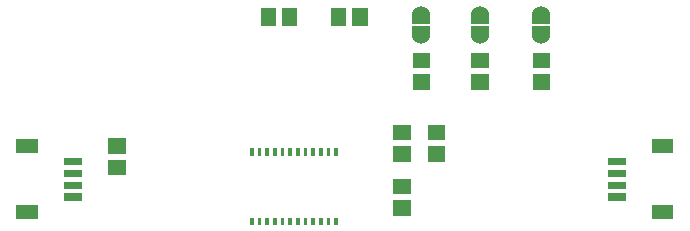
<source format=gbr>
G04 start of page 10 for group -4015 idx -4015 *
G04 Title: (unknown), toppaste *
G04 Creator: pcb 20140316 *
G04 CreationDate: Sun 30 Dec 2018 07:12:51 PM GMT UTC *
G04 For: railfan *
G04 Format: Gerber/RS-274X *
G04 PCB-Dimensions (mil): 2220.00 1040.00 *
G04 PCB-Coordinate-Origin: lower left *
%MOIN*%
%FSLAX25Y25*%
%LNTOPPASTE*%
%ADD60R,0.0472X0.0472*%
%ADD59R,0.0236X0.0236*%
%ADD58R,0.0300X0.0300*%
%ADD57C,0.0600*%
%ADD56R,0.0120X0.0120*%
%ADD55R,0.0512X0.0512*%
G54D55*X116043Y97393D02*Y96607D01*
X108957Y97393D02*Y96607D01*
X129607Y58543D02*X130393D01*
X129607Y51457D02*X130393D01*
X34607Y46957D02*X35393D01*
X34607Y54043D02*X35393D01*
X129607Y33457D02*X130393D01*
X129607Y40543D02*X130393D01*
X141107Y58543D02*X141893D01*
X141107Y51457D02*X141893D01*
X85457Y97393D02*Y96607D01*
X92543Y97393D02*Y96607D01*
G54D56*X108074Y52811D02*Y51417D01*
X105515Y52811D02*Y51417D01*
X102956Y52811D02*Y51417D01*
X100397Y52811D02*Y51417D01*
X97838Y52811D02*Y51417D01*
X95279Y52811D02*Y51417D01*
X92721Y52811D02*Y51417D01*
X90162Y52811D02*Y51417D01*
X87603Y52811D02*Y51417D01*
X85044Y52811D02*Y51417D01*
X82485Y52811D02*Y51417D01*
X79926Y52811D02*Y51417D01*
Y29583D02*Y28189D01*
X82485Y29583D02*Y28189D01*
X85044Y29583D02*Y28189D01*
X87603Y29583D02*Y28189D01*
X90162Y29583D02*Y28189D01*
X92721Y29583D02*Y28189D01*
X95279Y29583D02*Y28189D01*
X97838Y29583D02*Y28189D01*
X100397Y29583D02*Y28189D01*
X102956Y29583D02*Y28189D01*
X105515Y29583D02*Y28189D01*
X108074Y29583D02*Y28189D01*
G54D55*X136107Y75457D02*X136893D01*
X136107Y82543D02*X136893D01*
G54D57*X136500Y91100D03*
G54D58*X135000Y92600D02*X138000D01*
G54D57*X136500Y97900D03*
G54D58*X135000Y96400D02*X138000D01*
G54D57*X156000Y91100D03*
G54D58*X154500Y92600D02*X157500D01*
G54D57*X156000Y97900D03*
G54D58*X154500Y96400D02*X157500D01*
G54D55*X155607Y75457D02*X156393D01*
X155607Y82543D02*X156393D01*
G54D57*X176500Y91100D03*
G54D58*X175000Y92600D02*X178000D01*
G54D57*X176500Y97900D03*
G54D58*X175000Y96400D02*X178000D01*
G54D55*X176107Y75457D02*X176893D01*
X176107Y82543D02*X176893D01*
G54D59*X18430Y48906D02*X22170D01*
X18430Y44969D02*X22170D01*
X18430Y41031D02*X22170D01*
X18430Y37094D02*X22170D01*
G54D60*X3863Y54024D02*X6225D01*
X3863Y31976D02*X6225D01*
G54D59*X199830Y37094D02*X203570D01*
X199830Y41031D02*X203570D01*
X199830Y44969D02*X203570D01*
X199830Y48906D02*X203570D01*
G54D60*X215775Y31976D02*X218137D01*
X215775Y54024D02*X218137D01*
M02*

</source>
